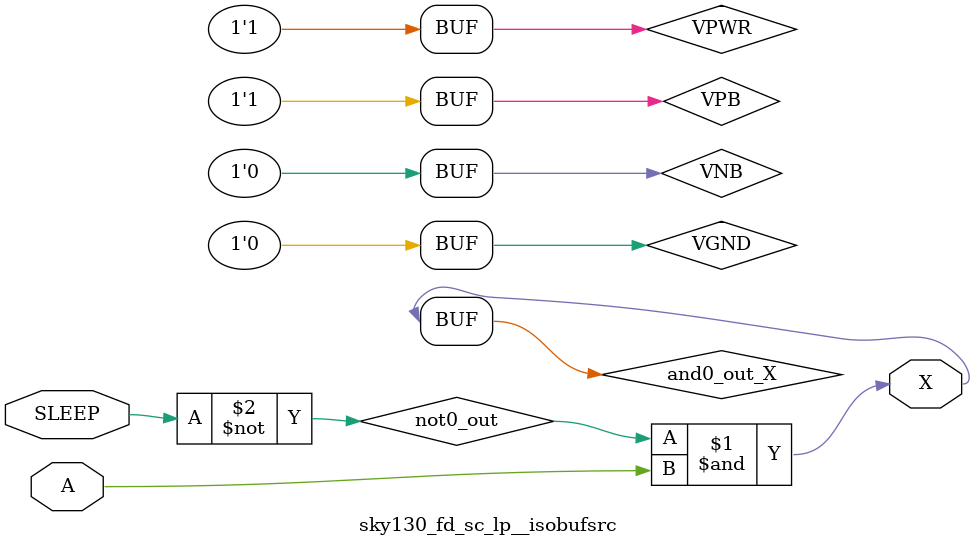
<source format=v>
/*
 * Copyright 2020 The SkyWater PDK Authors
 *
 * Licensed under the Apache License, Version 2.0 (the "License");
 * you may not use this file except in compliance with the License.
 * You may obtain a copy of the License at
 *
 *     https://www.apache.org/licenses/LICENSE-2.0
 *
 * Unless required by applicable law or agreed to in writing, software
 * distributed under the License is distributed on an "AS IS" BASIS,
 * WITHOUT WARRANTIES OR CONDITIONS OF ANY KIND, either express or implied.
 * See the License for the specific language governing permissions and
 * limitations under the License.
 *
 * SPDX-License-Identifier: Apache-2.0
*/


`ifndef SKY130_FD_SC_LP__ISOBUFSRC_BEHAVIORAL_V
`define SKY130_FD_SC_LP__ISOBUFSRC_BEHAVIORAL_V

/**
 * isobufsrc: Input isolation, noninverted sleep.
 *
 *            X = (!A | SLEEP)
 *
 * Verilog simulation functional model.
 */

`timescale 1ns / 1ps
`default_nettype none

`celldefine
module sky130_fd_sc_lp__isobufsrc (
    X    ,
    SLEEP,
    A
);

    // Module ports
    output X    ;
    input  SLEEP;
    input  A    ;

    // Module supplies
    supply1 VPWR;
    supply0 VGND;
    supply1 VPB ;
    supply0 VNB ;

    // Local signals
    wire not0_out  ;
    wire and0_out_X;

    //  Name  Output      Other arguments
    not not0 (not0_out  , SLEEP          );
    and and0 (and0_out_X, not0_out, A    );
    buf buf0 (X         , and0_out_X     );

endmodule
`endcelldefine

`default_nettype wire
`endif  // SKY130_FD_SC_LP__ISOBUFSRC_BEHAVIORAL_V
</source>
